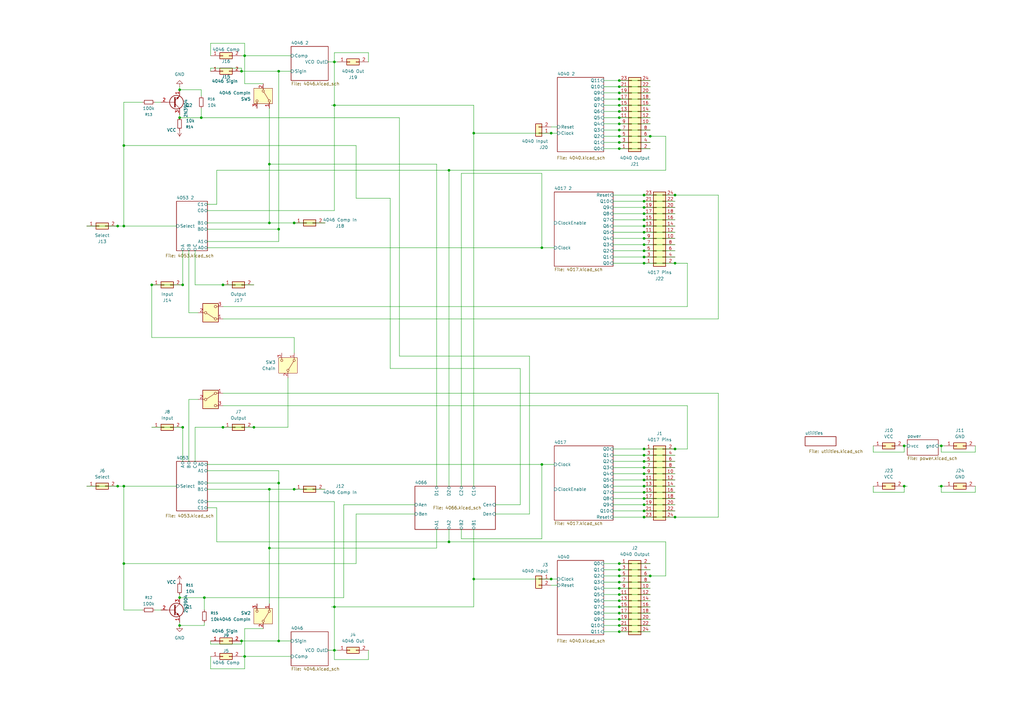
<source format=kicad_sch>
(kicad_sch (version 20250114) (generator "eeschema") (generator_version "9.0")
  (paper "A3")
  (lib_symbols
    (symbol "Connector_Generic:Conn_01x02" (pin_names (offset 1.016) (hide yes))
      (property "Reference" "J" (at 0 2.54 0))
      (property "Value" "Conn_01x02" (at 0 -5.08 0))
      (symbol "Conn_01x02_1_1"
        (rectangle (start -1.27 1.27) (end 1.27 -3.81) (stroke (width 0.254)) (fill (type background)))
        (rectangle (start -1.27 0.127) (end 0 -0.127) (stroke (width 0.1524)))
        (rectangle (start -1.27 -2.413) (end 0 -2.667) (stroke (width 0.1524)))
        (pin passive line (at -5.08 0 0) (length 3.81) (name "Pin_1") (number "1"))
        (pin passive line (at -5.08 -2.54 0) (length 3.81) (name "Pin_2") (number "2"))
      )
    )
    (symbol "Connector_Generic:Conn_02x01" (pin_names (offset 1.016) (hide yes))
      (property "Reference" "J" (at 1.27 2.54 0))
      (property "Value" "Conn_02x01" (at 1.27 -2.54 0))
      (symbol "Conn_02x01_1_1"
        (rectangle (start -1.27 1.27) (end 3.81 -1.27) (stroke (width 0.254)) (fill (type background)))
        (rectangle (start -1.27 0.127) (end 0 -0.127) (stroke (width 0.1524)))
        (rectangle (start 3.81 0.127) (end 2.54 -0.127) (stroke (width 0.1524)))
        (pin passive line (at -5.08 0 0) (length 3.81) (name "Pin_1") (number "1"))
        (pin passive line (at 7.62 0 180) (length 3.81) (name "Pin_2") (number "2"))
      )
    )
    (symbol "Connector_Generic:Conn_02x12_Odd_Even" (pin_names (offset 1.016) (hide yes))
      (property "Reference" "J" (at 1.27 15.24 0))
      (property "Value" "Conn_02x12_Odd_Even" (at 1.27 -17.78 0))
      (symbol "Conn_02x12_Odd_Even_1_1"
        (rectangle (start -1.27 13.97) (end 3.81 -16.51) (stroke (width 0.254)) (fill (type background)))
        (rectangle (start -1.27 12.827) (end 0 12.573) (stroke (width 0.1524)))
        (rectangle (start -1.27 10.287) (end 0 10.033) (stroke (width 0.1524)))
        (rectangle (start -1.27 7.747) (end 0 7.493) (stroke (width 0.1524)))
        (rectangle (start -1.27 5.207) (end 0 4.953) (stroke (width 0.1524)))
        (rectangle (start -1.27 2.667) (end 0 2.413) (stroke (width 0.1524)))
        (rectangle (start -1.27 0.127) (end 0 -0.127) (stroke (width 0.1524)))
        (rectangle (start -1.27 -2.413) (end 0 -2.667) (stroke (width 0.1524)))
        (rectangle (start -1.27 -4.953) (end 0 -5.207) (stroke (width 0.1524)))
        (rectangle (start -1.27 -7.493) (end 0 -7.747) (stroke (width 0.1524)))
        (rectangle (start -1.27 -10.033) (end 0 -10.287) (stroke (width 0.1524)))
        (rectangle (start -1.27 -12.573) (end 0 -12.827) (stroke (width 0.1524)))
        (rectangle (start -1.27 -15.113) (end 0 -15.367) (stroke (width 0.1524)))
        (rectangle (start 3.81 12.827) (end 2.54 12.573) (stroke (width 0.1524)))
        (rectangle (start 3.81 10.287) (end 2.54 10.033) (stroke (width 0.1524)))
        (rectangle (start 3.81 7.747) (end 2.54 7.493) (stroke (width 0.1524)))
        (rectangle (start 3.81 5.207) (end 2.54 4.953) (stroke (width 0.1524)))
        (rectangle (start 3.81 2.667) (end 2.54 2.413) (stroke (width 0.1524)))
        (rectangle (start 3.81 0.127) (end 2.54 -0.127) (stroke (width 0.1524)))
        (rectangle (start 3.81 -2.413) (end 2.54 -2.667) (stroke (width 0.1524)))
        (rectangle (start 3.81 -4.953) (end 2.54 -5.207) (stroke (width 0.1524)))
        (rectangle (start 3.81 -7.493) (end 2.54 -7.747) (stroke (width 0.1524)))
        (rectangle (start 3.81 -10.033) (end 2.54 -10.287) (stroke (width 0.1524)))
        (rectangle (start 3.81 -12.573) (end 2.54 -12.827) (stroke (width 0.1524)))
        (rectangle (start 3.81 -15.113) (end 2.54 -15.367) (stroke (width 0.1524)))
        (pin passive line (at -5.08 12.7 0) (length 3.81) (name "Pin_1") (number "1"))
        (pin passive line (at -5.08 10.16 0) (length 3.81) (name "Pin_3") (number "3"))
        (pin passive line (at -5.08 7.62 0) (length 3.81) (name "Pin_5") (number "5"))
        (pin passive line (at -5.08 5.08 0) (length 3.81) (name "Pin_7") (number "7"))
        (pin passive line (at -5.08 2.54 0) (length 3.81) (name "Pin_9") (number "9"))
        (pin passive line (at -5.08 0 0) (length 3.81) (name "Pin_11") (number "11"))
        (pin passive line (at -5.08 -2.54 0) (length 3.81) (name "Pin_13") (number "13"))
        (pin passive line (at -5.08 -5.08 0) (length 3.81) (name "Pin_15") (number "15"))
        (pin passive line (at -5.08 -7.62 0) (length 3.81) (name "Pin_17") (number "17"))
        (pin passive line (at -5.08 -10.16 0) (length 3.81) (name "Pin_19") (number "19"))
        (pin passive line (at -5.08 -12.7 0) (length 3.81) (name "Pin_21") (number "21"))
        (pin passive line (at -5.08 -15.24 0) (length 3.81) (name "Pin_23") (number "23"))
        (pin passive line (at 7.62 12.7 180) (length 3.81) (name "Pin_2") (number "2"))
        (pin passive line (at 7.62 10.16 180) (length 3.81) (name "Pin_4") (number "4"))
        (pin passive line (at 7.62 7.62 180) (length 3.81) (name "Pin_6") (number "6"))
        (pin passive line (at 7.62 5.08 180) (length 3.81) (name "Pin_8") (number "8"))
        (pin passive line (at 7.62 2.54 180) (length 3.81) (name "Pin_10") (number "10"))
        (pin passive line (at 7.62 0 180) (length 3.81) (name "Pin_12") (number "12"))
        (pin passive line (at 7.62 -2.54 180) (length 3.81) (name "Pin_14") (number "14"))
        (pin passive line (at 7.62 -5.08 180) (length 3.81) (name "Pin_16") (number "16"))
        (pin passive line (at 7.62 -7.62 180) (length 3.81) (name "Pin_18") (number "18"))
        (pin passive line (at 7.62 -10.16 180) (length 3.81) (name "Pin_20") (number "20"))
        (pin passive line (at 7.62 -12.7 180) (length 3.81) (name "Pin_22") (number "22"))
        (pin passive line (at 7.62 -15.24 180) (length 3.81) (name "Pin_24") (number "24"))
      )
    )
    (symbol "Device:R_Small" (pin_numbers (hide yes)) (pin_names (offset 0.254) (hide yes))
      (property "Reference" "R" (at 0 0 90))
      (property "Value" "R_Small" (at 1.778 0 90))
      (symbol "R_Small_0_1"
        (rectangle (start -0.762 1.778) (end 0.762 -1.778) (stroke (width 0.2032)))
      )
      (symbol "R_Small_1_1"
        (pin passive line (at 0 2.54 270) (length 0.762) (name "~") (number "1"))
        (pin passive line (at 0 -2.54 90) (length 0.762) (name "~") (number "2"))
      )
    )
    (symbol "Switch:SW_DPDT_x2" (pin_names (offset 0) (hide yes))
      (property "Reference" "SW" (at 0 5.08 0))
      (property "Value" "SW_DPDT_x2" (at 0 -5.08 0))
      (symbol "SW_DPDT_x2_0_0"
        (circle (center -2.032 0) (radius 0.508))
        (circle (center 2.032 -2.54) (radius 0.508))
      )
      (symbol "SW_DPDT_x2_0_1"
        (rectangle (start -3.175 3.81) (end 3.175 -3.81) (stroke (width 0.254)) (fill (type background)))
        (polyline (pts (xy -1.524 0.254) (xy 1.5748 2.286)))
        (circle (center 2.032 2.54) (radius 0.508))
      )
      (symbol "SW_DPDT_x2_1_1"
        (pin passive line (at -5.08 0 0) (length 2.54) (name "B") (number "2"))
        (pin passive line (at 5.08 2.54 180) (length 2.54) (name "A") (number "1"))
        (pin passive line (at 5.08 -2.54 180) (length 2.54) (name "C") (number "3"))
      )
      (symbol "SW_DPDT_x2_2_1"
        (pin passive line (at -5.08 0 0) (length 2.54) (name "B") (number "5"))
        (pin passive line (at 5.08 2.54 180) (length 2.54) (name "A") (number "4"))
        (pin passive line (at 5.08 -2.54 180) (length 2.54) (name "C") (number "6"))
      )
    )
    (symbol "Switch:SW_SPDT" (pin_names (offset 0) (hide yes))
      (property "Reference" "SW" (at 0 5.08 0))
      (property "Value" "SW_SPDT" (at 0 -5.08 0))
      (symbol "SW_SPDT_0_1"
        (circle (center -2.032 0) (radius 0.4572))
        (polyline (pts (xy -1.651 0.254) (xy 1.651 2.286)))
        (circle (center 2.032 2.54) (radius 0.4572))
        (circle (center 2.032 -2.54) (radius 0.4572))
      )
      (symbol "SW_SPDT_1_1"
        (rectangle (start -3.175 3.81) (end 3.175 -3.81) (fill (type background)))
        (pin passive line (at -5.08 0 0) (length 2.54) (name "B") (number "2"))
        (pin passive line (at 5.08 2.54 180) (length 2.54) (name "A") (number "1"))
        (pin passive line (at 5.08 -2.54 180) (length 2.54) (name "C") (number "3"))
      )
    )
    (symbol "Transistor_BJT:2N3904" (pin_names (offset 0) (hide yes))
      (property "Reference" "Q" (at 5.08 1.905 0))
      (property "Value" "2N3904" (at 5.08 0 0))
      (symbol "2N3904_0_1"
        (polyline (pts (xy -2.54 0) (xy 0.635 0)))
        (polyline (pts (xy 0.635 1.905) (xy 0.635 -1.905)) (stroke (width 0.508)))
        (circle (center 1.27 0) (radius 2.8194) (stroke (width 0.254)))
      )
      (symbol "2N3904_1_1"
        (polyline (pts (xy 0.635 0.635) (xy 2.54 2.54)))
        (polyline (pts (xy 0.635 -0.635) (xy 2.54 -2.54)))
        (polyline (pts (xy 1.27 -1.778) (xy 1.778 -1.27) (xy 2.286 -2.286) (xy 1.27 -1.778)) (fill (type outline)))
        (pin input line (at -5.08 0 0) (length 2.54) (name "B") (number "2"))
        (pin passive line (at 2.54 5.08 270) (length 2.54) (name "C") (number "3"))
        (pin passive line (at 2.54 -5.08 90) (length 2.54) (name "E") (number "1"))
      )
    )
    (symbol "power:GND" (power) (pin_numbers (hide yes)) (pin_names (offset 0) (hide yes))
      (property "Value" "GND" (at 0 -3.81 0))
      (symbol "GND_0_1"
        (polyline (pts (xy 0 0) (xy 0 -1.27) (xy 1.27 -1.27) (xy 0 -2.54) (xy -1.27 -1.27) (xy 0 -1.27)))
      )
      (symbol "GND_1_1"
        (pin power_in line (at 0 0 270) (length 0) (name "~") (number "1"))
      )
    )
    (symbol "power:VCC" (power) (pin_numbers (hide yes)) (pin_names (offset 0) (hide yes))
      (property "Value" "VCC" (at 0 3.556 0))
      (symbol "VCC_0_1"
        (polyline (pts (xy -0.762 1.27) (xy 0 2.54)))
        (polyline (pts (xy 0 2.54) (xy 0.762 1.27)))
        (polyline (pts (xy 0 0) (xy 0 2.54)))
      )
      (symbol "VCC_1_1"
        (pin power_in line (at 0 0 90) (length 0) (name "~") (number "1"))
      )
    )
  )
  (junction (at 254 231.14))
  (junction (at 254 35.56))
  (junction (at 48.26 92.71))
  (junction (at 264.16 209.55))
  (junction (at 254 256.54))
  (junction (at 254 259.08))
  (junction (at 264.16 189.23))
  (junction (at 226.06 54.61))
  (junction (at 114.3 29.21))
  (junction (at 100.33 22.86))
  (junction (at 50.8 59.69))
  (junction (at 386.08 182.88))
  (junction (at 137.16 266.7))
  (junction (at 254 40.64))
  (junction (at 264.16 186.69))
  (junction (at 50.8 199.39))
  (junction (at 254 254))
  (junction (at 254 58.42))
  (junction (at 114.3 93.98))
  (junction (at 276.86 80.01))
  (junction (at 73.66 48.26))
  (junction (at 264.16 87.63))
  (junction (at 110.49 67.31))
  (junction (at 50.8 92.71))
  (junction (at 222.25 190.5))
  (junction (at 264.16 102.87))
  (junction (at 266.7 55.88))
  (junction (at 276.86 212.09))
  (junction (at 110.49 91.44))
  (junction (at 264.16 90.17))
  (junction (at 264.16 85.09))
  (junction (at 264.16 194.31))
  (junction (at 264.16 184.15))
  (junction (at 137.16 25.4))
  (junction (at 137.16 248.92))
  (junction (at 254 53.34))
  (junction (at 254 48.26))
  (junction (at 91.44 175.26))
  (junction (at 73.66 245.11))
  (junction (at 50.8 231.14))
  (junction (at 184.15 222.25))
  (junction (at 264.16 204.47))
  (junction (at 48.26 199.39))
  (junction (at 264.16 95.25))
  (junction (at 254 33.02))
  (junction (at 74.93 175.26))
  (junction (at 254 60.96))
  (junction (at 254 38.1))
  (junction (at 264.16 191.77))
  (junction (at 264.16 97.79))
  (junction (at 99.06 29.21))
  (junction (at 114.3 262.89))
  (junction (at 264.16 82.55))
  (junction (at 137.16 43.18))
  (junction (at 254 55.88))
  (junction (at 120.65 200.66))
  (junction (at 62.23 116.84))
  (junction (at 254 241.3))
  (junction (at 254 238.76))
  (junction (at 120.65 91.44))
  (junction (at 276.86 107.95))
  (junction (at 254 243.84))
  (junction (at 74.93 116.84))
  (junction (at 194.31 54.61))
  (junction (at 110.49 200.66))
  (junction (at 222.25 101.6))
  (junction (at 264.16 199.39))
  (junction (at 110.49 224.79))
  (junction (at 254 248.92))
  (junction (at 83.82 245.11))
  (junction (at 73.66 256.54))
  (junction (at 91.44 116.84))
  (junction (at 386.08 199.39))
  (junction (at 264.16 212.09))
  (junction (at 254 246.38))
  (junction (at 194.31 237.49))
  (junction (at 226.06 237.49))
  (junction (at 264.16 80.01))
  (junction (at 264.16 196.85))
  (junction (at 276.86 184.15))
  (junction (at 114.3 198.12))
  (junction (at 254 251.46))
  (junction (at 254 50.8))
  (junction (at 264.16 100.33))
  (junction (at 99.06 262.89))
  (junction (at 266.7 236.22))
  (junction (at 254 43.18))
  (junction (at 264.16 207.01))
  (junction (at 100.33 269.24))
  (junction (at 264.16 201.93))
  (junction (at 104.14 175.26))
  (junction (at 254 236.22))
  (junction (at 264.16 92.71))
  (junction (at 73.66 36.83))
  (junction (at 184.15 69.85))
  (junction (at 264.16 107.95))
  (junction (at 370.84 199.39))
  (junction (at 370.84 182.88))
  (junction (at 82.55 48.26))
  (junction (at 254 45.72))
  (junction (at 264.16 105.41))
  (junction (at 254 233.68))
  (wire (pts (xy 189.23 71.12) (xy 222.25 71.12)))
  (wire (pts (xy 386.08 185.42) (xy 386.08 182.88)))
  (wire (pts (xy 254 243.84) (xy 266.7 243.84)))
  (wire (pts (xy 254 58.42) (xy 266.7 58.42)))
  (wire (pts (xy 226.06 237.49) (xy 228.6 237.49)))
  (wire (pts (xy 77.47 128.27) (xy 77.47 102.87)))
  (wire (pts (xy 110.49 91.44) (xy 110.49 67.31)))
  (wire (pts (xy 134.62 25.4) (xy 137.16 25.4)))
  (wire (pts (xy 86.36 22.86) (xy 86.36 17.78)))
  (wire (pts (xy 184.15 217.17) (xy 184.15 222.25)))
  (wire (pts (xy 114.3 29.21) (xy 119.38 29.21)))
  (wire (pts (xy 247.65 45.72) (xy 254 45.72)))
  (wire (pts (xy 50.8 231.14) (xy 50.8 250.19)))
  (wire (pts (xy 137.16 43.18) (xy 137.16 25.4)))
  (wire (pts (xy 247.65 40.64) (xy 254 40.64)))
  (wire (pts (xy 247.65 236.22) (xy 254 236.22)))
  (wire (pts (xy 251.46 105.41) (xy 264.16 105.41)))
  (wire (pts (xy 100.33 34.29) (xy 107.95 34.29)))
  (wire (pts (xy 400.05 201.93) (xy 386.08 201.93)))
  (wire (pts (xy 114.3 99.06) (xy 114.3 93.98)))
  (wire (pts (xy 50.8 199.39) (xy 72.39 199.39)))
  (wire (pts (xy 137.16 86.36) (xy 85.09 86.36)))
  (wire (pts (xy 73.66 48.26) (xy 82.55 48.26)))
  (wire (pts (xy 194.31 54.61) (xy 194.31 199.39)))
  (wire (pts (xy 81.28 163.83) (xy 77.47 163.83)))
  (wire (pts (xy 294.64 130.81) (xy 294.64 80.01)))
  (wire (pts (xy 384.81 199.39) (xy 386.08 199.39)))
  (wire (pts (xy 110.49 200.66) (xy 120.65 200.66)))
  (wire (pts (xy 264.16 80.01) (xy 251.46 80.01)))
  (wire (pts (xy 85.09 101.6) (xy 222.25 101.6)))
  (wire (pts (xy 247.65 50.8) (xy 254 50.8)))
  (wire (pts (xy 370.84 185.42) (xy 370.84 182.88)))
  (wire (pts (xy 264.16 107.95) (xy 276.86 107.95)))
  (wire (pts (xy 264.16 212.09) (xy 251.46 212.09)))
  (wire (pts (xy 273.05 236.22) (xy 266.7 236.22)))
  (wire (pts (xy 247.65 243.84) (xy 254 243.84)))
  (wire (pts (xy 264.16 92.71) (xy 276.86 92.71)))
  (wire (pts (xy 85.09 200.66) (xy 110.49 200.66)))
  (wire (pts (xy 50.8 250.19) (xy 58.42 250.19)))
  (wire (pts (xy 370.84 201.93) (xy 370.84 199.39)))
  (wire (pts (xy 247.65 248.92) (xy 254 248.92)))
  (wire (pts (xy 222.25 190.5) (xy 222.25 220.98)))
  (wire (pts (xy 146.05 81.28) (xy 146.05 59.69)))
  (wire (pts (xy 226.06 54.61) (xy 228.6 54.61)))
  (wire (pts (xy 273.05 69.85) (xy 273.05 55.88)))
  (wire (pts (xy 99.06 264.16) (xy 99.06 262.89)))
  (wire (pts (xy 264.16 186.69) (xy 276.86 186.69)))
  (wire (pts (xy 251.46 87.63) (xy 264.16 87.63)))
  (wire (pts (xy 400.05 199.39) (xy 400.05 201.93)))
  (wire (pts (xy 254 231.14) (xy 266.7 231.14)))
  (wire (pts (xy 88.9 69.85) (xy 88.9 83.82)))
  (wire (pts (xy 86.36 264.16) (xy 99.06 264.16)))
  (wire (pts (xy 386.08 201.93) (xy 386.08 199.39)))
  (wire (pts (xy 189.23 71.12) (xy 189.23 199.39)))
  (wire (pts (xy 264.16 209.55) (xy 276.86 209.55)))
  (wire (pts (xy 137.16 43.18) (xy 194.31 43.18)))
  (wire (pts (xy 77.47 163.83) (xy 77.47 189.23)))
  (wire (pts (xy 251.46 191.77) (xy 264.16 191.77)))
  (wire (pts (xy 86.36 262.89) (xy 86.36 264.16)))
  (wire (pts (xy 254 248.92) (xy 266.7 248.92)))
  (wire (pts (xy 86.36 29.21) (xy 86.36 27.94)))
  (wire (pts (xy 251.46 186.69) (xy 264.16 186.69)))
  (wire (pts (xy 264.16 80.01) (xy 276.86 80.01)))
  (wire (pts (xy 137.16 25.4) (xy 138.43 25.4)))
  (wire (pts (xy 254 256.54) (xy 266.7 256.54)))
  (wire (pts (xy 50.8 59.69) (xy 50.8 41.91)))
  (wire (pts (xy 48.26 92.71) (xy 50.8 92.71)))
  (wire (pts (xy 281.94 125.73) (xy 281.94 107.95)))
  (wire (pts (xy 247.65 58.42) (xy 254 58.42)))
  (wire (pts (xy 189.23 217.17) (xy 189.23 220.98)))
  (wire (pts (xy 135.89 248.92) (xy 137.16 248.92)))
  (wire (pts (xy 100.33 269.24) (xy 119.38 269.24)))
  (wire (pts (xy 81.28 128.27) (xy 77.47 128.27)))
  (wire (pts (xy 247.65 241.3) (xy 254 241.3)))
  (wire (pts (xy 247.65 251.46) (xy 254 251.46)))
  (wire (pts (xy 100.33 22.86) (xy 119.38 22.86)))
  (wire (pts (xy 91.44 116.84) (xy 80.01 116.84)))
  (wire (pts (xy 226.06 52.07) (xy 228.6 52.07)))
  (wire (pts (xy 118.11 175.26) (xy 118.11 154.94)))
  (wire (pts (xy 247.65 238.76) (xy 254 238.76)))
  (wire (pts (xy 160.02 81.28) (xy 146.05 81.28)))
  (wire (pts (xy 179.07 67.31) (xy 110.49 67.31)))
  (wire (pts (xy 50.8 92.71) (xy 50.8 59.69)))
  (wire (pts (xy 73.66 36.83) (xy 73.66 35.56)))
  (wire (pts (xy 264.16 194.31) (xy 276.86 194.31)))
  (wire (pts (xy 110.49 200.66) (xy 110.49 224.79)))
  (wire (pts (xy 110.49 91.44) (xy 120.65 91.44)))
  (wire (pts (xy 400.05 182.88) (xy 400.05 185.42)))
  (wire (pts (xy 85.09 208.28) (xy 88.9 208.28)))
  (wire (pts (xy 85.09 190.5) (xy 222.25 190.5)))
  (wire (pts (xy 264.16 199.39) (xy 276.86 199.39)))
  (wire (pts (xy 358.14 201.93) (xy 370.84 201.93)))
  (wire (pts (xy 251.46 189.23) (xy 264.16 189.23)))
  (wire (pts (xy 247.65 233.68) (xy 254 233.68)))
  (wire (pts (xy 99.06 269.24) (xy 100.33 269.24)))
  (wire (pts (xy 163.83 48.26) (xy 163.83 146.05)))
  (wire (pts (xy 254 254) (xy 266.7 254)))
  (wire (pts (xy 251.46 201.93) (xy 264.16 201.93)))
  (wire (pts (xy 217.17 210.82) (xy 203.2 210.82)))
  (wire (pts (xy 264.16 189.23) (xy 276.86 189.23)))
  (wire (pts (xy 251.46 102.87) (xy 264.16 102.87)))
  (wire (pts (xy 85.09 193.04) (xy 114.3 193.04)))
  (wire (pts (xy 254 246.38) (xy 266.7 246.38)))
  (wire (pts (xy 254 259.08) (xy 266.7 259.08)))
  (wire (pts (xy 273.05 55.88) (xy 266.7 55.88)))
  (wire (pts (xy 137.16 205.74) (xy 85.09 205.74)))
  (wire (pts (xy 264.16 207.01) (xy 276.86 207.01)))
  (wire (pts (xy 247.65 53.34) (xy 254 53.34)))
  (wire (pts (xy 110.49 67.31) (xy 110.49 44.45)))
  (wire (pts (xy 213.36 151.13) (xy 213.36 207.01)))
  (wire (pts (xy 88.9 222.25) (xy 88.9 208.28)))
  (wire (pts (xy 133.35 91.44) (xy 120.65 91.44)))
  (wire (pts (xy 160.02 81.28) (xy 160.02 151.13)))
  (wire (pts (xy 254 241.3) (xy 266.7 241.3)))
  (wire (pts (xy 151.13 25.4) (xy 151.13 21.59)))
  (wire (pts (xy 99.06 262.89) (xy 114.3 262.89)))
  (wire (pts (xy 62.23 138.43) (xy 62.23 116.84)))
  (wire (pts (xy 133.35 200.66) (xy 120.65 200.66)))
  (wire (pts (xy 104.14 175.26) (xy 118.11 175.26)))
  (wire (pts (xy 222.25 101.6) (xy 227.33 101.6)))
  (wire (pts (xy 179.07 224.79) (xy 110.49 224.79)))
  (wire (pts (xy 35.56 92.71) (xy 48.26 92.71)))
  (wire (pts (xy 85.09 198.12) (xy 114.3 198.12)))
  (wire (pts (xy 170.18 207.01) (xy 140.97 207.01)))
  (wire (pts (xy 35.56 199.39) (xy 48.26 199.39)))
  (wire (pts (xy 370.84 199.39) (xy 372.11 199.39)))
  (wire (pts (xy 184.15 69.85) (xy 273.05 69.85)))
  (wire (pts (xy 194.31 54.61) (xy 226.06 54.61)))
  (wire (pts (xy 251.46 95.25) (xy 264.16 95.25)))
  (wire (pts (xy 194.31 217.17) (xy 194.31 237.49)))
  (wire (pts (xy 160.02 151.13) (xy 213.36 151.13)))
  (wire (pts (xy 222.25 190.5) (xy 227.33 190.5)))
  (wire (pts (xy 80.01 116.84) (xy 80.01 102.87)))
  (wire (pts (xy 73.66 48.26) (xy 73.66 46.99)))
  (wire (pts (xy 247.65 35.56) (xy 254 35.56)))
  (wire (pts (xy 400.05 185.42) (xy 386.08 185.42)))
  (wire (pts (xy 82.55 48.26) (xy 163.83 48.26)))
  (wire (pts (xy 264.16 105.41) (xy 276.86 105.41)))
  (wire (pts (xy 62.23 116.84) (xy 74.93 116.84)))
  (wire (pts (xy 73.66 36.83) (xy 82.55 36.83)))
  (wire (pts (xy 254 38.1) (xy 266.7 38.1)))
  (wire (pts (xy 179.07 67.31) (xy 179.07 199.39)))
  (wire (pts (xy 247.65 231.14) (xy 254 231.14)))
  (wire (pts (xy 151.13 21.59) (xy 137.16 21.59)))
  (wire (pts (xy 151.13 270.51) (xy 137.16 270.51)))
  (wire (pts (xy 137.16 21.59) (xy 137.16 25.4)))
  (wire (pts (xy 99.06 29.21) (xy 114.3 29.21)))
  (wire (pts (xy 247.65 43.18) (xy 254 43.18)))
  (wire (pts (xy 82.55 44.45) (xy 82.55 48.26)))
  (wire (pts (xy 264.16 196.85) (xy 276.86 196.85)))
  (wire (pts (xy 48.26 199.39) (xy 50.8 199.39)))
  (wire (pts (xy 251.46 85.09) (xy 264.16 85.09)))
  (wire (pts (xy 254 233.68) (xy 266.7 233.68)))
  (wire (pts (xy 85.09 99.06) (xy 114.3 99.06)))
  (wire (pts (xy 120.65 144.78) (xy 120.65 138.43)))
  (wire (pts (xy 247.65 48.26) (xy 254 48.26)))
  (wire (pts (xy 91.44 161.29) (xy 294.64 161.29)))
  (wire (pts (xy 251.46 90.17) (xy 264.16 90.17)))
  (wire (pts (xy 50.8 231.14) (xy 146.05 231.14)))
  (wire (pts (xy 384.81 182.88) (xy 386.08 182.88)))
  (wire (pts (xy 264.16 97.79) (xy 276.86 97.79)))
  (wire (pts (xy 100.33 257.81) (xy 107.95 257.81)))
  (wire (pts (xy 91.44 125.73) (xy 281.94 125.73)))
  (wire (pts (xy 264.16 90.17) (xy 276.86 90.17)))
  (wire (pts (xy 194.31 237.49) (xy 226.06 237.49)))
  (wire (pts (xy 264.16 191.77) (xy 276.86 191.77)))
  (wire (pts (xy 251.46 97.79) (xy 264.16 97.79)))
  (wire (pts (xy 137.16 266.7) (xy 138.43 266.7)))
  (wire (pts (xy 91.44 166.37) (xy 281.94 166.37)))
  (wire (pts (xy 247.65 259.08) (xy 254 259.08)))
  (wire (pts (xy 254 50.8) (xy 266.7 50.8)))
  (wire (pts (xy 80.01 175.26) (xy 80.01 189.23)))
  (wire (pts (xy 91.44 130.81) (xy 294.64 130.81)))
  (wire (pts (xy 85.09 93.98) (xy 114.3 93.98)))
  (wire (pts (xy 114.3 193.04) (xy 114.3 198.12)))
  (wire (pts (xy 264.16 95.25) (xy 276.86 95.25)))
  (wire (pts (xy 386.08 182.88) (xy 387.35 182.88)))
  (wire (pts (xy 273.05 222.25) (xy 273.05 236.22)))
  (wire (pts (xy 82.55 39.37) (xy 82.55 36.83)))
  (wire (pts (xy 251.46 107.95) (xy 264.16 107.95)))
  (wire (pts (xy 247.65 254) (xy 254 254)))
  (wire (pts (xy 114.3 198.12) (xy 114.3 262.89)))
  (wire (pts (xy 264.16 184.15) (xy 276.86 184.15)))
  (wire (pts (xy 137.16 205.74) (xy 137.16 248.92)))
  (wire (pts (xy 203.2 207.01) (xy 213.36 207.01)))
  (wire (pts (xy 254 251.46) (xy 266.7 251.46)))
  (wire (pts (xy 358.14 182.88) (xy 358.14 185.42)))
  (wire (pts (xy 85.09 83.82) (xy 88.9 83.82)))
  (wire (pts (xy 247.65 33.02) (xy 254 33.02)))
  (wire (pts (xy 137.16 86.36) (xy 137.16 43.18)))
  (wire (pts (xy 254 33.02) (xy 266.7 33.02)))
  (wire (pts (xy 50.8 92.71) (xy 72.39 92.71)))
  (wire (pts (xy 254 40.64) (xy 266.7 40.64)))
  (wire (pts (xy 99.06 27.94) (xy 99.06 29.21)))
  (wire (pts (xy 99.06 22.86) (xy 100.33 22.86)))
  (wire (pts (xy 358.14 199.39) (xy 358.14 201.93)))
  (wire (pts (xy 264.16 201.93) (xy 276.86 201.93)))
  (wire (pts (xy 184.15 69.85) (xy 184.15 199.39)))
  (wire (pts (xy 251.46 209.55) (xy 264.16 209.55)))
  (wire (pts (xy 254 35.56) (xy 266.7 35.56)))
  (wire (pts (xy 281.94 166.37) (xy 281.94 184.15)))
  (wire (pts (xy 73.66 245.11) (xy 83.82 245.11)))
  (wire (pts (xy 254 55.88) (xy 266.7 55.88)))
  (wire (pts (xy 85.09 91.44) (xy 110.49 91.44)))
  (wire (pts (xy 83.82 245.11) (xy 140.97 245.11)))
  (wire (pts (xy 74.93 116.84) (xy 74.93 102.87)))
  (wire (pts (xy 251.46 184.15) (xy 264.16 184.15)))
  (wire (pts (xy 254 60.96) (xy 266.7 60.96)))
  (wire (pts (xy 91.44 175.26) (xy 80.01 175.26)))
  (wire (pts (xy 184.15 222.25) (xy 273.05 222.25)))
  (wire (pts (xy 100.33 34.29) (xy 100.33 22.86)))
  (wire (pts (xy 137.16 248.92) (xy 137.16 266.7)))
  (wire (pts (xy 140.97 207.01) (xy 140.97 245.11)))
  (wire (pts (xy 251.46 92.71) (xy 264.16 92.71)))
  (wire (pts (xy 91.44 175.26) (xy 104.14 175.26)))
  (wire (pts (xy 247.65 38.1) (xy 254 38.1)))
  (wire (pts (xy 264.16 212.09) (xy 276.86 212.09)))
  (wire (pts (xy 100.33 17.78) (xy 100.33 22.86)))
  (wire (pts (xy 86.36 269.24) (xy 86.36 274.32)))
  (wire (pts (xy 88.9 222.25) (xy 184.15 222.25)))
  (wire (pts (xy 264.16 204.47) (xy 276.86 204.47)))
  (wire (pts (xy 100.33 274.32) (xy 100.33 269.24)))
  (wire (pts (xy 135.89 43.18) (xy 137.16 43.18)))
  (wire (pts (xy 254 43.18) (xy 266.7 43.18)))
  (wire (pts (xy 73.66 243.84) (xy 73.66 245.11)))
  (wire (pts (xy 146.05 210.82) (xy 146.05 231.14)))
  (wire (pts (xy 63.5 41.91) (xy 66.04 41.91)))
  (wire (pts (xy 251.46 204.47) (xy 264.16 204.47)))
  (wire (pts (xy 50.8 41.91) (xy 58.42 41.91)))
  (wire (pts (xy 63.5 250.19) (xy 66.04 250.19)))
  (wire (pts (xy 137.16 248.92) (xy 194.31 248.92)))
  (wire (pts (xy 73.66 256.54) (xy 73.66 255.27)))
  (wire (pts (xy 247.65 60.96) (xy 254 60.96)))
  (wire (pts (xy 254 236.22) (xy 266.7 236.22)))
  (wire (pts (xy 194.31 43.18) (xy 194.31 54.61)))
  (wire (pts (xy 251.46 199.39) (xy 264.16 199.39)))
  (wire (pts (xy 100.33 257.81) (xy 100.33 269.24)))
  (wire (pts (xy 114.3 262.89) (xy 119.38 262.89)))
  (wire (pts (xy 254 238.76) (xy 266.7 238.76)))
  (wire (pts (xy 83.82 256.54) (xy 73.66 256.54)))
  (wire (pts (xy 74.93 175.26) (xy 74.93 189.23)))
  (wire (pts (xy 91.44 116.84) (xy 104.14 116.84)))
  (wire (pts (xy 254 53.34) (xy 266.7 53.34)))
  (wire (pts (xy 294.64 80.01) (xy 276.86 80.01)))
  (wire (pts (xy 110.49 224.79) (xy 110.49 247.65)))
  (wire (pts (xy 247.65 256.54) (xy 254 256.54)))
  (wire (pts (xy 62.23 175.26) (xy 74.93 175.26)))
  (wire (pts (xy 134.62 266.7) (xy 137.16 266.7)))
  (wire (pts (xy 146.05 210.82) (xy 170.18 210.82)))
  (wire (pts (xy 264.16 85.09) (xy 276.86 85.09)))
  (wire (pts (xy 86.36 17.78) (xy 100.33 17.78)))
  (wire (pts (xy 370.84 182.88) (xy 372.11 182.88)))
  (wire (pts (xy 254 45.72) (xy 266.7 45.72)))
  (wire (pts (xy 358.14 185.42) (xy 370.84 185.42)))
  (wire (pts (xy 189.23 220.98) (xy 222.25 220.98)))
  (wire (pts (xy 137.16 270.51) (xy 137.16 266.7)))
  (wire (pts (xy 120.65 138.43) (xy 62.23 138.43)))
  (wire (pts (xy 50.8 199.39) (xy 50.8 231.14)))
  (wire (pts (xy 251.46 100.33) (xy 264.16 100.33)))
  (wire (pts (xy 276.86 107.95) (xy 281.94 107.95)))
  (wire (pts (xy 276.86 184.15) (xy 281.94 184.15)))
  (wire (pts (xy 264.16 87.63) (xy 276.86 87.63)))
  (wire (pts (xy 114.3 93.98) (xy 114.3 29.21)))
  (wire (pts (xy 254 48.26) (xy 266.7 48.26)))
  (wire (pts (xy 264.16 102.87) (xy 276.86 102.87)))
  (wire (pts (xy 251.46 194.31) (xy 264.16 194.31)))
  (wire (pts (xy 251.46 82.55) (xy 264.16 82.55)))
  (wire (pts (xy 386.08 199.39) (xy 387.35 199.39)))
  (wire (pts (xy 294.64 212.09) (xy 276.86 212.09)))
  (wire (pts (xy 88.9 69.85) (xy 184.15 69.85)))
  (wire (pts (xy 251.46 207.01) (xy 264.16 207.01)))
  (wire (pts (xy 264.16 100.33) (xy 276.86 100.33)))
  (wire (pts (xy 226.06 240.03) (xy 228.6 240.03)))
  (wire (pts (xy 222.25 101.6) (xy 222.25 71.12)))
  (wire (pts (xy 83.82 245.11) (xy 83.82 250.19)))
  (wire (pts (xy 251.46 196.85) (xy 264.16 196.85)))
  (wire (pts (xy 247.65 246.38) (xy 254 246.38)))
  (wire (pts (xy 194.31 248.92) (xy 194.31 237.49)))
  (wire (pts (xy 86.36 274.32) (xy 100.33 274.32)))
  (wire (pts (xy 179.07 217.17) (xy 179.07 224.79)))
  (wire (pts (xy 247.65 55.88) (xy 254 55.88)))
  (wire (pts (xy 151.13 266.7) (xy 151.13 270.51)))
  (wire (pts (xy 217.17 146.05) (xy 217.17 210.82)))
  (wire (pts (xy 294.64 161.29) (xy 294.64 212.09)))
  (wire (pts (xy 50.8 59.69) (xy 146.05 59.69)))
  (wire (pts (xy 83.82 256.54) (xy 83.82 255.27)))
  (wire (pts (xy 264.16 82.55) (xy 276.86 82.55)))
  (wire (pts (xy 86.36 27.94) (xy 99.06 27.94)))
  (wire (pts (xy 163.83 146.05) (xy 217.17 146.05)))
  (symbol (lib_id "Switch:SW_SPDT") (at 107.95 39.37 270) (unit 1)
    (property "Reference" "SW5" (at 102.87 40.6401 90) (effects (justify right)))
    (property "Value" "4046 CompIn" (at 102.87 38.1001 90) (effects (justify right)))
    (property "Footprint" "Button_Switch_THT:SW_E-Switch_EG1271_SPDT" (effects (hide yes)))
    (property "Description" "Switch, single pole double throw" (effects (hide yes)))
  )
  (symbol (lib_id "Device:R_Small") (at 82.55 41.91 0) (unit 1)
    (property "Reference" "R16" (at 85.09 40.6399 0) (effects (font (size 1.016 1.016)) (justify left)))
    (property "Value" "10k" (at 85.09 43.1799 0) (effects (justify left)))
    (property "Footprint" "Resistor_THT:R_Axial_DIN0207_L6.3mm_D2.5mm_P10.16mm_Horizontal" (effects (hide yes)))
    (property "Description" "Resistor, small symbol" (effects (hide yes)))
  )
  (symbol (lib_id "Switch:SW_SPDT") (at 107.95 252.73 270) (mirror x) (unit 1)
    (property "Reference" "SW2" (at 102.87 251.4599 90) (effects (justify right)))
    (property "Value" "4046 CompIn" (at 102.87 253.9999 90) (effects (justify right)))
    (property "Footprint" "Button_Switch_THT:SW_E-Switch_EG1271_SPDT" (effects (hide yes)))
    (property "Description" "Switch, single pole double throw" (effects (hide yes)))
  )
  (symbol (lib_id "Connector_Generic:Conn_02x01") (at 125.73 200.66 0) (unit 1)
    (property "Reference" "J12" (at 139.446 199.39 0))
    (property "Value" "4046 Comp In" (at 139.446 201.93 0))
    (property "Footprint" "Connector_PinHeader_2.54mm:PinHeader_2x01_P2.54mm_Vertical" (effects (hide yes)))
    (property "Description" "Generic connector, double row, 02x01, this symbol is compatible with counter-clockwise, top-bottom and odd-even numbering schemes., script generated (kicad-library-utils/schlib/autogen/connector/)" (effects (hide yes)))
  )
  (symbol (lib_id "Device:R_Small") (at 73.66 241.3 0) (unit 1)
    (property "Reference" "R11" (at 76.2 240.0299 0) (effects (font (size 1.016 1.016)) (justify left)))
    (property "Value" "10k" (at 76.2 242.5699 0) (effects (justify left)))
    (property "Footprint" "Resistor_THT:R_Axial_DIN0207_L6.3mm_D2.5mm_P10.16mm_Horizontal" (effects (hide yes)))
    (property "Description" "Resistor, small symbol" (effects (hide yes)))
  )
  (symbol (lib_id "Switch:SW_DPDT_x2") (at 86.36 128.27 0) (mirror x) (unit 1)
    (property "Reference" "SW4" (effects (hide yes)))
    (property "Value" "4017 Feedback" (effects (hide yes)))
    (property "Footprint" "Button_Switch_THT:SW_CK_JS202011CQN_DPDT_Straight" (effects (hide yes)))
    (property "Description" "Switch, dual pole double throw, separate symbols" (effects (hide yes)))
  )
  (symbol (lib_id "Connector_Generic:Conn_02x01") (at 40.64 199.39 0) (unit 1)
    (property "Reference" "J6" (at 41.91 193.04 0))
    (property "Value" "Select" (at 41.91 195.58 0))
    (property "Footprint" "Connector_PinHeader_2.54mm:PinHeader_2x01_P2.54mm_Vertical" (effects (hide yes)))
    (property "Description" "Generic connector, double row, 02x01, this symbol is compatible with counter-clockwise, top-bottom and odd-even numbering schemes., script generated (kicad-library-utils/schlib/autogen/connector/)" (effects (hide yes)))
  )
  (symbol (lib_id "Connector_Generic:Conn_02x01") (at 96.52 175.26 0) (unit 1)
    (property "Reference" "J7" (at 97.79 168.91 0))
    (property "Value" "Output" (at 97.79 171.45 0))
    (property "Footprint" "Connector_PinHeader_2.54mm:PinHeader_2x01_P2.54mm_Vertical" (effects (hide yes)))
    (property "Description" "Generic connector, double row, 02x01, this symbol is compatible with counter-clockwise, top-bottom and odd-even numbering schemes., script generated (kicad-library-utils/schlib/autogen/connector/)" (effects (hide yes)))
  )
  (symbol (lib_id "power:VCC") (at 73.66 53.34 0) (mirror x) (unit 1)
    (property "Reference" "#PWR033" (effects (hide yes)))
    (property "Value" "VCC" (at 70.358 53.34 0))
    (property "Description" "Power symbol creates a global label with name \"VCC\"" (effects (hide yes)))
  )
  (symbol (lib_id "Connector_Generic:Conn_02x12_Odd_Even") (at 269.24 95.25 0) (mirror x) (unit 1)
    (property "Reference" "J22" (at 270.51 114.3 0))
    (property "Value" "4017 Pins" (at 270.51 111.76 0))
    (property "Footprint" "Connector_PinHeader_2.54mm:PinHeader_2x12_P2.54mm_Vertical" (effects (hide yes)))
    (property "Description" "Generic connector, double row, 02x12, odd/even pin numbering scheme (row 1 odd numbers, row 2 even numbers), script generated (kicad-library-utils/schlib/autogen/connector/)" (effects (hide yes)))
  )
  (symbol (lib_id "Connector_Generic:Conn_02x01") (at 143.51 25.4 0) (mirror x) (unit 1)
    (property "Reference" "J19" (at 144.78 31.75 0))
    (property "Value" "4046 Out" (at 144.78 29.21 0))
    (property "Footprint" "Connector_PinHeader_2.54mm:PinHeader_2x01_P2.54mm_Vertical" (effects (hide yes)))
    (property "Description" "Generic connector, double row, 02x01, this symbol is compatible with counter-clockwise, top-bottom and odd-even numbering schemes., script generated (kicad-library-utils/schlib/autogen/connector/)" (effects (hide yes)))
  )
  (symbol (lib_id "Connector_Generic:Conn_02x01") (at 91.44 269.24 0) (unit 1)
    (property "Reference" "J5" (at 92.71 266.954 0))
    (property "Value" "4046 Comp" (at 92.71 271.78 0))
    (property "Footprint" "Connector_PinHeader_2.54mm:PinHeader_2x01_P2.54mm_Vertical" (effects (hide yes)))
    (property "Description" "Generic connector, double row, 02x01, this symbol is compatible with counter-clockwise, top-bottom and odd-even numbering schemes., script generated (kicad-library-utils/schlib/autogen/connector/)" (effects (hide yes)))
  )
  (symbol (lib_id "Connector_Generic:Conn_02x01") (at 363.22 182.88 0) (unit 1)
    (property "Reference" "J10" (at 364.49 176.53 0))
    (property "Value" "VCC" (at 364.49 179.07 0))
    (property "Footprint" "Connector_PinHeader_2.54mm:PinHeader_2x01_P2.54mm_Vertical" (effects (hide yes)))
    (property "Description" "Generic connector, double row, 02x01, this symbol is compatible with counter-clockwise, top-bottom and odd-even numbering schemes., script generated (kicad-library-utils/schlib/autogen/connector/)" (effects (hide yes)))
  )
  (symbol (lib_id "Device:R_Small") (at 73.66 50.8 0) (mirror x) (unit 1)
    (property "Reference" "R14" (at 76.2 52.0701 0) (effects (font (size 1.016 1.016)) (justify left)))
    (property "Value" "10k" (at 76.2 49.5301 0) (effects (justify left)))
    (property "Footprint" "Resistor_THT:R_Axial_DIN0207_L6.3mm_D2.5mm_P10.16mm_Horizontal" (effects (hide yes)))
    (property "Description" "Resistor, small symbol" (effects (hide yes)))
  )
  (symbol (lib_id "power:GND") (at 73.66 35.56 0) (mirror x) (unit 1)
    (property "Reference" "#PWR034" (effects (hide yes)))
    (property "Value" "GND" (at 73.66 30.48 0))
    (property "Description" "Power symbol creates a global label with name \"GND\" , ground" (effects (hide yes)))
  )
  (symbol (lib_id "power:VCC") (at 73.66 238.76 0) (unit 1)
    (property "Reference" "#PWR026" (effects (hide yes)))
    (property "Value" "VCC" (at 70.358 238.76 0))
    (property "Description" "Power symbol creates a global label with name \"VCC\"" (effects (hide yes)))
  )
  (symbol (lib_id "Connector_Generic:Conn_01x02") (at 220.98 54.61 180) (unit 1)
    (property "Reference" "J20" (at 224.79 60.452 0) (effects (justify left)))
    (property "Value" "4040 Input" (at 224.79 57.912 0) (effects (justify left)))
    (property "Footprint" "Connector_PinHeader_2.54mm:PinHeader_1x02_P2.54mm_Vertical" (effects (hide yes)))
    (property "Description" "Generic connector, single row, 01x02, script generated (kicad-library-utils/schlib/autogen/connector/)" (effects (hide yes)))
  )
  (symbol (lib_id "Connector_Generic:Conn_02x01") (at 91.44 22.86 0) (mirror x) (unit 1)
    (property "Reference" "J16" (at 92.71 25.146 0))
    (property "Value" "4046 Comp" (at 92.71 20.32 0))
    (property "Footprint" "Connector_PinHeader_2.54mm:PinHeader_2x01_P2.54mm_Vertical" (effects (hide yes)))
    (property "Description" "Generic connector, double row, 02x01, this symbol is compatible with counter-clockwise, top-bottom and odd-even numbering schemes., script generated (kicad-library-utils/schlib/autogen/connector/)" (effects (hide yes)))
  )
  (symbol (lib_id "Connector_Generic:Conn_01x02") (at 220.98 237.49 0) (mirror y) (unit 1)
    (property "Reference" "J3" (at 224.79 231.648 0) (effects (justify left)))
    (property "Value" "4040 Input" (at 224.79 234.188 0) (effects (justify left)))
    (property "Footprint" "Connector_PinHeader_2.54mm:PinHeader_1x02_P2.54mm_Vertical" (effects (hide yes)))
    (property "Description" "Generic connector, single row, 01x02, script generated (kicad-library-utils/schlib/autogen/connector/)" (effects (hide yes)))
  )
  (symbol (lib_id "Transistor_BJT:2N3904") (at 71.12 41.91 0) (mirror x) (unit 1)
    (property "Reference" "Q2" (at 76.2 43.1801 0) (effects (justify left)))
    (property "Value" "2N3904" (at 76.2 40.6401 90) (effects (justify left)))
    (property "Footprint" "Package_TO_SOT_THT:TO-92_Inline_Wide" (effects (hide yes)))
    (property "Datasheet" "https://www.onsemi.com/pub/Collateral/2N3903-D.PDF" (effects (hide yes)))
    (property "Description" "0.2A Ic, 40V Vce, Small Signal NPN Transistor, TO-92" (effects (hide yes)))
  )
  (symbol (lib_id "Connector_Generic:Conn_02x12_Odd_Even") (at 269.24 196.85 0) (unit 1)
    (property "Reference" "J1" (at 270.51 177.8 0))
    (property "Value" "4017 Pins" (at 270.51 180.34 0))
    (property "Footprint" "Connector_PinHeader_2.54mm:PinHeader_2x12_P2.54mm_Vertical" (effects (hide yes)))
    (property "Description" "Generic connector, double row, 02x12, odd/even pin numbering scheme (row 1 odd numbers, row 2 even numbers), script generated (kicad-library-utils/schlib/autogen/connector/)" (effects (hide yes)))
  )
  (symbol (lib_id "Switch:SW_SPDT") (at 118.11 149.86 270) (mirror x) (unit 1)
    (property "Reference" "SW3" (at 113.03 148.5899 90) (effects (justify right)))
    (property "Value" "Chain" (at 113.03 151.1299 90) (effects (justify right)))
    (property "Footprint" "Button_Switch_THT:SW_E-Switch_EG1271_SPDT" (effects (hide yes)))
    (property "Description" "Switch, single pole double throw" (effects (hide yes)))
  )
  (symbol (lib_id "Transistor_BJT:2N3904") (at 71.12 250.19 0) (unit 1)
    (property "Reference" "Q1" (at 76.2 248.9199 0) (effects (justify left)))
    (property "Value" "2N3904" (at 76.2 251.4599 90) (effects (justify left)))
    (property "Footprint" "Package_TO_SOT_THT:TO-92_Inline_Wide" (effects (hide yes)))
    (property "Datasheet" "https://www.onsemi.com/pub/Collateral/2N3903-D.PDF" (effects (hide yes)))
    (property "Description" "0.2A Ic, 40V Vce, Small Signal NPN Transistor, TO-92" (effects (hide yes)))
  )
  (symbol (lib_id "Device:R_Small") (at 60.96 250.19 90) (unit 1)
    (property "Reference" "R12" (at 60.96 245.11 90) (effects (font (size 1.016 1.016))))
    (property "Value" "100k" (at 60.96 247.65 90))
    (property "Footprint" "Resistor_THT:R_Axial_DIN0207_L6.3mm_D2.5mm_P10.16mm_Horizontal" (effects (hide yes)))
    (property "Description" "Resistor, small symbol" (effects (hide yes)))
  )
  (symbol (lib_id "Connector_Generic:Conn_02x01") (at 392.43 199.39 0) (unit 1)
    (property "Reference" "J24" (at 393.7 193.04 0))
    (property "Value" "GND" (at 393.7 195.58 0))
    (property "Footprint" "Connector_PinHeader_2.54mm:PinHeader_2x01_P2.54mm_Vertical" (effects (hide yes)))
    (property "Description" "Generic connector, double row, 02x01, this symbol is compatible with counter-clockwise, top-bottom and odd-even numbering schemes., script generated (kicad-library-utils/schlib/autogen/connector/)" (effects (hide yes)))
  )
  (symbol (lib_id "Connector_Generic:Conn_02x01") (at 67.31 116.84 0) (mirror x) (unit 1)
    (property "Reference" "J14" (at 68.58 123.19 0))
    (property "Value" "Input" (at 68.58 120.65 0))
    (property "Footprint" "Connector_PinHeader_2.54mm:PinHeader_2x01_P2.54mm_Vertical" (effects (hide yes)))
    (property "Description" "Generic connector, double row, 02x01, this symbol is compatible with counter-clockwise, top-bottom and odd-even numbering schemes., script generated (kicad-library-utils/schlib/autogen/connector/)" (effects (hide yes)))
  )
  (symbol (lib_id "Switch:SW_DPDT_x2") (at 86.36 163.83 0) (unit 1)
    (property "Reference" "SW1" (effects (hide yes)))
    (property "Value" "4017 Feedback" (effects (hide yes)))
    (property "Footprint" "Button_Switch_THT:SW_CK_JS202011CQN_DPDT_Straight" (effects (hide yes)))
    (property "Description" "Switch, dual pole double throw, separate symbols" (effects (hide yes)))
  )
  (symbol (lib_id "Connector_Generic:Conn_02x12_Odd_Even") (at 259.08 243.84 0) (unit 1)
    (property "Reference" "J2" (at 260.35 224.79 0))
    (property "Value" "4040 Output" (at 260.35 227.33 0))
    (property "Footprint" "Connector_PinHeader_2.54mm:PinHeader_2x12_P2.54mm_Vertical" (effects (hide yes)))
    (property "Description" "Generic connector, double row, 02x12, odd/even pin numbering scheme (row 1 odd numbers, row 2 even numbers), script generated (kicad-library-utils/schlib/autogen/connector/)" (effects (hide yes)))
  )
  (symbol (lib_id "Connector_Generic:Conn_02x01") (at 91.44 29.21 0) (mirror x) (unit 1)
    (property "Reference" "J15" (at 92.71 31.496 0))
    (property "Value" "4046 SigIn" (at 92.202 33.274 0))
    (property "Footprint" "Connector_PinHeader_2.54mm:PinHeader_2x01_P2.54mm_Vertical" (effects (hide yes)))
    (property "Description" "Generic connector, double row, 02x01, this symbol is compatible with counter-clockwise, top-bottom and odd-even numbering schemes., script generated (kicad-library-utils/schlib/autogen/connector/)" (effects (hide yes)))
  )
  (symbol (lib_id "Connector_Generic:Conn_02x01") (at 125.73 91.44 0) (mirror x) (unit 1)
    (property "Reference" "J18" (at 139.446 92.71 0))
    (property "Value" "4046 Comp In" (at 139.446 90.17 0))
    (property "Footprint" "Connector_PinHeader_2.54mm:PinHeader_2x01_P2.54mm_Vertical" (effects (hide yes)))
    (property "Description" "Generic connector, double row, 02x01, this symbol is compatible with counter-clockwise, top-bottom and odd-even numbering schemes., script generated (kicad-library-utils/schlib/autogen/connector/)" (effects (hide yes)))
  )
  (symbol (lib_id "Connector_Generic:Conn_02x12_Odd_Even") (at 259.08 48.26 0) (mirror x) (unit 1)
    (property "Reference" "J21" (at 260.35 67.31 0))
    (property "Value" "4040 Output" (at 260.35 64.77 0))
    (property "Footprint" "Connector_PinHeader_2.54mm:PinHeader_2x12_P2.54mm_Vertical" (effects (hide yes)))
    (property "Description" "Generic connector, double row, 02x12, odd/even pin numbering scheme (row 1 odd numbers, row 2 even numbers), script generated (kicad-library-utils/schlib/autogen/connector/)" (effects (hide yes)))
  )
  (symbol (lib_id "Connector_Generic:Conn_02x01") (at 67.31 175.26 0) (unit 1)
    (property "Reference" "J8" (at 68.58 168.91 0))
    (property "Value" "Input" (at 68.58 171.45 0))
    (property "Footprint" "Connector_PinHeader_2.54mm:PinHeader_2x01_P2.54mm_Vertical" (effects (hide yes)))
    (property "Description" "Generic connector, double row, 02x01, this symbol is compatible with counter-clockwise, top-bottom and odd-even numbering schemes., script generated (kicad-library-utils/schlib/autogen/connector/)" (effects (hide yes)))
  )
  (symbol (lib_id "Connector_Generic:Conn_02x01") (at 363.22 199.39 0) (unit 1)
    (property "Reference" "J23" (at 364.49 193.04 0))
    (property "Value" "VCC" (at 364.49 195.58 0))
    (property "Footprint" "Connector_PinHeader_2.54mm:PinHeader_2x01_P2.54mm_Vertical" (effects (hide yes)))
    (property "Description" "Generic connector, double row, 02x01, this symbol is compatible with counter-clockwise, top-bottom and odd-even numbering schemes., script generated (kicad-library-utils/schlib/autogen/connector/)" (effects (hide yes)))
  )
  (symbol (lib_id "Connector_Generic:Conn_02x01") (at 96.52 116.84 0) (mirror x) (unit 1)
    (property "Reference" "J17" (at 97.79 123.19 0))
    (property "Value" "Output" (at 97.79 120.65 0))
    (property "Footprint" "Connector_PinHeader_2.54mm:PinHeader_2x01_P2.54mm_Vertical" (effects (hide yes)))
    (property "Description" "Generic connector, double row, 02x01, this symbol is compatible with counter-clockwise, top-bottom and odd-even numbering schemes., script generated (kicad-library-utils/schlib/autogen/connector/)" (effects (hide yes)))
  )
  (symbol (lib_id "power:GND") (at 73.66 256.54 0) (unit 1)
    (property "Reference" "#PWR025" (effects (hide yes)))
    (property "Value" "GND" (at 73.66 261.62 0))
    (property "Description" "Power symbol creates a global label with name \"GND\" , ground" (effects (hide yes)))
  )
  (symbol (lib_id "Connector_Generic:Conn_02x01") (at 143.51 266.7 0) (unit 1)
    (property "Reference" "J4" (at 144.78 260.35 0))
    (property "Value" "4046 Out" (at 144.78 262.89 0))
    (property "Footprint" "Connector_PinHeader_2.54mm:PinHeader_2x01_P2.54mm_Vertical" (effects (hide yes)))
    (property "Description" "Generic connector, double row, 02x01, this symbol is compatible with counter-clockwise, top-bottom and odd-even numbering schemes., script generated (kicad-library-utils/schlib/autogen/connector/)" (effects (hide yes)))
  )
  (symbol (lib_id "Device:R_Small") (at 83.82 252.73 0) (unit 1)
    (property "Reference" "R15" (at 86.36 251.4599 0) (effects (font (size 1.016 1.016)) (justify left)))
    (property "Value" "10k" (at 86.36 253.9999 0) (effects (justify left)))
    (property "Footprint" "Resistor_THT:R_Axial_DIN0207_L6.3mm_D2.5mm_P10.16mm_Horizontal" (effects (hide yes)))
    (property "Description" "Resistor, small symbol" (effects (hide yes)))
  )
  (symbol (lib_id "Device:R_Small") (at 60.96 41.91 90) (mirror x) (unit 1)
    (property "Reference" "R13" (at 60.96 46.99 90) (effects (font (size 1.016 1.016))))
    (property "Value" "100k" (at 60.96 44.45 90))
    (property "Footprint" "Resistor_THT:R_Axial_DIN0207_L6.3mm_D2.5mm_P10.16mm_Horizontal" (effects (hide yes)))
    (property "Description" "Resistor, small symbol" (effects (hide yes)))
  )
  (symbol (lib_id "Connector_Generic:Conn_02x01") (at 40.64 92.71 0) (mirror x) (unit 1)
    (property "Reference" "J13" (at 41.91 99.06 0))
    (property "Value" "Select" (at 41.91 96.52 0))
    (property "Footprint" "Connector_PinHeader_2.54mm:PinHeader_2x01_P2.54mm_Vertical" (effects (hide yes)))
    (property "Description" "Generic connector, double row, 02x01, this symbol is compatible with counter-clockwise, top-bottom and odd-even numbering schemes., script generated (kicad-library-utils/schlib/autogen/connector/)" (effects (hide yes)))
  )
  (symbol (lib_id "Connector_Generic:Conn_02x01") (at 392.43 182.88 0) (unit 1)
    (property "Reference" "J11" (at 393.7 176.53 0))
    (property "Value" "GND" (at 393.7 179.07 0))
    (property "Footprint" "Connector_PinHeader_2.54mm:PinHeader_2x01_P2.54mm_Vertical" (effects (hide yes)))
    (property "Description" "Generic connector, double row, 02x01, this symbol is compatible with counter-clockwise, top-bottom and odd-even numbering schemes., script generated (kicad-library-utils/schlib/autogen/connector/)" (effects (hide yes)))
  )
  (symbol (lib_id "Connector_Generic:Conn_02x01") (at 91.44 262.89 0) (unit 1)
    (property "Reference" "J9" (at 92.71 260.604 0))
    (property "Value" "4046 SigIn" (at 92.202 258.826 0))
    (property "Footprint" "Connector_PinHeader_2.54mm:PinHeader_2x01_P2.54mm_Vertical" (effects (hide yes)))
    (property "Description" "Generic connector, double row, 02x01, this symbol is compatible with counter-clockwise, top-bottom and odd-even numbering schemes., script generated (kicad-library-utils/schlib/autogen/connector/)" (effects (hide yes)))
  )
  (sheet (at 170.18 199.39) (size 33.02 17.78) (stroke (width 0.1524))
    (property "Sheetname" "4066" (at 170.18 198.6784 0) (effects (justify left bottom)))
    (property "Sheetfile" "4066.kicad_sch" (at 177.546 207.518 0) (effects (justify left top)))
    (pin "A1" bidirectional (at 179.07 217.17 270))
    (pin "A2" bidirectional (at 184.15 217.17 270))
    (pin "Aen" input (at 170.18 207.01 180))
    (pin "B1" bidirectional (at 194.31 217.17 270))
    (pin "B2" bidirectional (at 189.23 217.17 270))
    (pin "Ben" input (at 170.18 210.82 180))
    (pin "C1" bidirectional (at 194.31 199.39 90))
    (pin "C2" bidirectional (at 189.23 199.39 90))
    (pin "Cen" input (at 203.2 207.01 0))
    (pin "D1" bidirectional (at 179.07 199.39 90))
    (pin "D2" bidirectional (at 184.15 199.39 90))
    (pin "Den" input (at 203.2 210.82 0))
  )
  (sheet (at 227.33 182.88) (size 24.13 30.48) (stroke (width 0.1524))
    (property "Sheetname" "4017" (at 227.33 182.1684 0) (effects (justify left bottom)))
    (property "Sheetfile" "4017.kicad_sch" (at 227.33 213.9446 0) (effects (justify left top)))
    (pin "Clock" input (at 227.33 190.5 180))
    (pin "ClockEnable" input (at 227.33 200.66 180))
    (pin "Q0" input (at 251.46 184.15 0))
    (pin "Q1" input (at 251.46 186.69 0))
    (pin "Q2" input (at 251.46 189.23 0))
    (pin "Q3" input (at 251.46 191.77 0))
    (pin "Q4" input (at 251.46 194.31 0))
    (pin "Q5" input (at 251.46 196.85 0))
    (pin "Q6" input (at 251.46 199.39 0))
    (pin "Q7" input (at 251.46 201.93 0))
    (pin "Q8" input (at 251.46 204.47 0))
    (pin "Q9" input (at 251.46 207.01 0))
    (pin "Q10" input (at 251.46 209.55 0))
    (pin "Reset" input (at 251.46 212.09 0))
  )
  (sheet (at 372.11 180.34) (size 12.7 6.35) (stroke (width 0.1524))
    (property "Sheetname" "power" (at 372.11 179.6284 0) (effects (justify left bottom)))
    (property "Sheetfile" "power.kicad_sch" (at 372.11 187.2746 0) (effects (justify left top)))
    (pin "gnd" input (at 384.81 182.88 0))
    (pin "vcc" input (at 372.11 182.88 180))
  )
  (sheet (at 228.6 229.87) (size 19.05 30.48) (stroke (width 0.1524))
    (property "Sheetname" "4040" (at 228.6 229.1584 0) (effects (justify left bottom)))
    (property "Sheetfile" "4040.kicad_sch" (at 228.346 262.128 0) (effects (justify left top)))
    (pin "Clock" input (at 228.6 237.49 180))
    (pin "Q0" input (at 247.65 231.14 0))
    (pin "Q1" input (at 247.65 233.68 0))
    (pin "Q2" input (at 247.65 236.22 0))
    (pin "Q3" input (at 247.65 238.76 0))
    (pin "Q4" input (at 247.65 241.3 0))
    (pin "Q5" input (at 247.65 243.84 0))
    (pin "Q6" input (at 247.65 246.38 0))
    (pin "Q7" input (at 247.65 248.92 0))
    (pin "Q8" input (at 247.65 251.46 0))
    (pin "Q9" input (at 247.65 254 0))
    (pin "Q10" input (at 247.65 256.54 0))
    (pin "Q11" input (at 247.65 259.08 0))
    (pin "Reset" input (at 228.6 240.03 180))
  )
  (sheet (at 72.39 189.23) (size 12.7 20.32) (stroke (width 0.1524))
    (property "Sheetname" "4053" (at 72.39 188.5184 0) (effects (justify left bottom)))
    (property "Sheetfile" "4053.kicad_sch" (at 67.818 210.82 0) (effects (justify left top)))
    (pin "A" bidirectional (at 74.93 189.23 90))
    (pin "A0" bidirectional (at 85.09 190.5 0))
    (pin "A1" bidirectional (at 85.09 193.04 0))
    (pin "B" bidirectional (at 77.47 189.23 90))
    (pin "B0" bidirectional (at 85.09 198.12 0))
    (pin "B1" bidirectional (at 85.09 200.66 0))
    (pin "C" bidirectional (at 80.01 189.23 90))
    (pin "C0" bidirectional (at 85.09 205.74 0))
    (pin "C1" bidirectional (at 85.09 208.28 0))
    (pin "Select" input (at 72.39 199.39 180))
  )
  (sheet (at 330.2 179.07) (size 12.7 3.81) (stroke (width 0.1524))
    (property "Sheetname" "utilities" (at 330.2 178.3584 0) (effects (justify left bottom)))
    (property "Sheetfile" "utilities.kicad_sch" (at 331.724 184.404 0) (effects (justify left top)))
  )
  (sheet (at 119.38 259.08) (size 15.24 13.97) (stroke (width 0.1524))
    (property "Sheetname" "4046" (at 119.38 258.3684 0) (effects (justify left bottom)))
    (property "Sheetfile" "4046.kicad_sch" (at 119.38 273.6346 0) (effects (justify left top)))
    (pin "Comp" input (at 119.38 269.24 180))
    (pin "SigIn" input (at 119.38 262.89 180))
    (pin "VCO Out" output (at 134.62 266.7 0))
  )
  (sheet (at 227.33 78.74) (size 24.13 30.48) (stroke (width 0.1524))
    (property "Sheetname" "4017 2" (at 227.33 78.0284 0) (effects (justify left bottom)))
    (property "Sheetfile" "4017.kicad_sch" (at 227.33 109.8046 0) (effects (justify left top)))
    (pin "Clock" input (at 227.33 101.6 180))
    (pin "ClockEnable" input (at 227.33 91.44 180))
    (pin "Q0" input (at 251.46 107.95 0))
    (pin "Q1" input (at 251.46 105.41 0))
    (pin "Q2" input (at 251.46 102.87 0))
    (pin "Q3" input (at 251.46 100.33 0))
    (pin "Q4" input (at 251.46 97.79 0))
    (pin "Q5" input (at 251.46 95.25 0))
    (pin "Q6" input (at 251.46 92.71 0))
    (pin "Q7" input (at 251.46 90.17 0))
    (pin "Q8" input (at 251.46 87.63 0))
    (pin "Q9" input (at 251.46 85.09 0))
    (pin "Q10" input (at 251.46 82.55 0))
    (pin "Reset" input (at 251.46 80.01 0))
  )
  (sheet (at 228.6 31.75) (size 19.05 30.48) (stroke (width 0.1524))
    (property "Sheetname" "4040 2" (at 228.6 31.0384 0) (effects (justify left bottom)))
    (property "Sheetfile" "4040.kicad_sch" (at 228.346 64.008 0) (effects (justify left top)))
    (pin "Clock" input (at 228.6 54.61 180))
    (pin "Q0" input (at 247.65 60.96 0))
    (pin "Q1" input (at 247.65 58.42 0))
    (pin "Q2" input (at 247.65 55.88 0))
    (pin "Q3" input (at 247.65 53.34 0))
    (pin "Q4" input (at 247.65 50.8 0))
    (pin "Q5" input (at 247.65 48.26 0))
    (pin "Q6" input (at 247.65 45.72 0))
    (pin "Q7" input (at 247.65 43.18 0))
    (pin "Q8" input (at 247.65 40.64 0))
    (pin "Q9" input (at 247.65 38.1 0))
    (pin "Q10" input (at 247.65 35.56 0))
    (pin "Q11" input (at 247.65 33.02 0))
    (pin "Reset" input (at 228.6 52.07 180))
  )
  (sheet (at 119.38 19.05) (size 15.24 13.97) (stroke (width 0.1524))
    (property "Sheetname" "4046 2" (at 119.38 18.3384 0) (effects (justify left bottom)))
    (property "Sheetfile" "4046.kicad_sch" (at 119.38 33.6046 0) (effects (justify left top)))
    (pin "Comp" input (at 119.38 22.86 180))
    (pin "SigIn" input (at 119.38 29.21 180))
    (pin "VCO Out" output (at 134.62 25.4 0))
  )
  (sheet (at 72.39 82.55) (size 12.7 20.32) (stroke (width 0.1524))
    (property "Sheetname" "4053 2" (at 72.39 81.8384 0) (effects (justify left bottom)))
    (property "Sheetfile" "4053.kicad_sch" (at 67.818 104.14 0) (effects (justify left top)))
    (pin "A" bidirectional (at 74.93 102.87 270))
    (pin "A0" bidirectional (at 85.09 101.6 0))
    (pin "A1" bidirectional (at 85.09 99.06 0))
    (pin "B" bidirectional (at 77.47 102.87 270))
    (pin "B0" bidirectional (at 85.09 93.98 0))
    (pin "B1" bidirectional (at 85.09 91.44 0))
    (pin "C" bidirectional (at 80.01 102.87 270))
    (pin "C0" bidirectional (at 85.09 86.36 0))
    (pin "C1" bidirectional (at 85.09 83.82 0))
    (pin "Select" input (at 72.39 92.71 180))
  )
)
</source>
